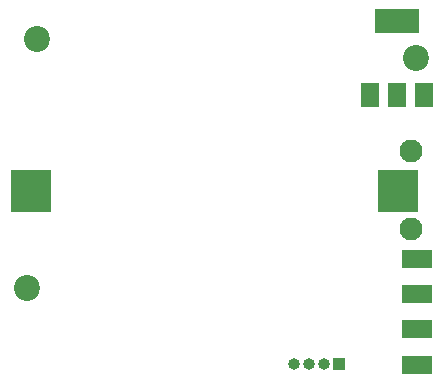
<source format=gbr>
%TF.GenerationSoftware,KiCad,Pcbnew,(6.0.0)*%
%TF.CreationDate,2022-03-24T17:20:39+00:00*%
%TF.ProjectId,Tracer,54726163-6572-42e6-9b69-6361645f7063,B*%
%TF.SameCoordinates,Original*%
%TF.FileFunction,Soldermask,Bot*%
%TF.FilePolarity,Negative*%
%FSLAX46Y46*%
G04 Gerber Fmt 4.6, Leading zero omitted, Abs format (unit mm)*
G04 Created by KiCad (PCBNEW (6.0.0)) date 2022-03-24 17:20:39*
%MOMM*%
%LPD*%
G01*
G04 APERTURE LIST*
%ADD10C,2.200000*%
%ADD11C,1.950000*%
%ADD12R,1.000000X1.000000*%
%ADD13O,1.000000X1.000000*%
%ADD14R,1.500000X2.000000*%
%ADD15R,3.800000X2.000000*%
%ADD16R,2.540000X1.524000*%
%ADD17R,3.400000X3.600000*%
G04 APERTURE END LIST*
D10*
%TO.C,H3*%
X131000000Y-104500000D03*
%TD*%
D11*
%TO.C,J1*%
X163475000Y-99500000D03*
X163475000Y-92900000D03*
%TD*%
D12*
%TO.C,J2*%
X157400000Y-110900000D03*
D13*
X156130000Y-110900000D03*
X154860000Y-110900000D03*
X153590000Y-110900000D03*
%TD*%
D10*
%TO.C,H2*%
X163900000Y-85000000D03*
%TD*%
%TO.C,H1*%
X131800000Y-83400000D03*
%TD*%
D14*
%TO.C,IC7*%
X164600000Y-88150000D03*
D15*
X162300000Y-81850000D03*
D14*
X162300000Y-88150000D03*
X160000000Y-88150000D03*
%TD*%
D16*
%TO.C,TP1*%
X164000000Y-102000000D03*
X164000000Y-105000000D03*
X164000000Y-108000000D03*
X164000000Y-111000000D03*
%TD*%
D17*
%TO.C,BT1*%
X162400000Y-96300000D03*
X131300000Y-96300000D03*
%TD*%
M02*

</source>
